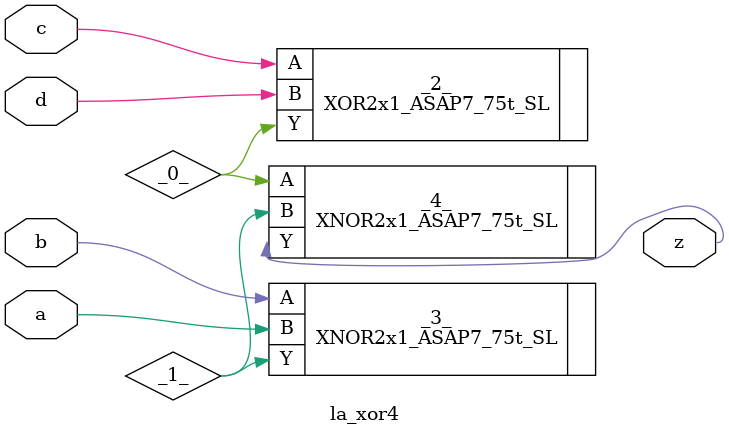
<source format=v>

/* Generated by Yosys 0.44 (git sha1 80ba43d26, g++ 11.4.0-1ubuntu1~22.04 -fPIC -O3) */

(* top =  1  *)
(* src = "inputs/la_xor4.v:10.1-22.10" *)
module la_xor4 (
    a,
    b,
    c,
    d,
    z
);
  wire _0_;
  wire _1_;
  (* src = "inputs/la_xor4.v:13.12-13.13" *)
  input a;
  wire a;
  (* src = "inputs/la_xor4.v:14.12-14.13" *)
  input b;
  wire b;
  (* src = "inputs/la_xor4.v:15.12-15.13" *)
  input c;
  wire c;
  (* src = "inputs/la_xor4.v:16.12-16.13" *)
  input d;
  wire d;
  (* src = "inputs/la_xor4.v:17.12-17.13" *)
  output z;
  wire z;
  XOR2x1_ASAP7_75t_SL _2_ (
      .A(c),
      .B(d),
      .Y(_0_)
  );
  XNOR2x1_ASAP7_75t_SL _3_ (
      .A(b),
      .B(a),
      .Y(_1_)
  );
  XNOR2x1_ASAP7_75t_SL _4_ (
      .A(_0_),
      .B(_1_),
      .Y(z)
  );
endmodule

</source>
